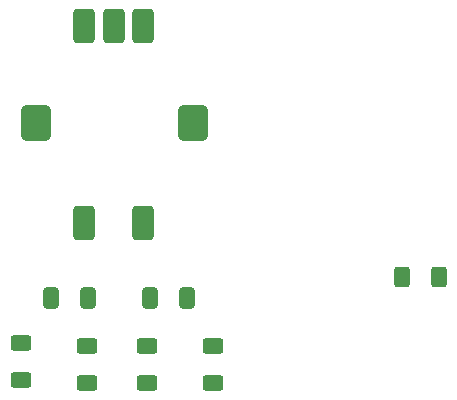
<source format=gbr>
%TF.GenerationSoftware,KiCad,Pcbnew,9.0.6*%
%TF.CreationDate,2025-12-03T21:47:33+01:00*%
%TF.ProjectId,hw,68772e6b-6963-4616-945f-706362585858,rev?*%
%TF.SameCoordinates,Original*%
%TF.FileFunction,Paste,Top*%
%TF.FilePolarity,Positive*%
%FSLAX46Y46*%
G04 Gerber Fmt 4.6, Leading zero omitted, Abs format (unit mm)*
G04 Created by KiCad (PCBNEW 9.0.6) date 2025-12-03 21:47:33*
%MOMM*%
%LPD*%
G01*
G04 APERTURE LIST*
G04 Aperture macros list*
%AMRoundRect*
0 Rectangle with rounded corners*
0 $1 Rounding radius*
0 $2 $3 $4 $5 $6 $7 $8 $9 X,Y pos of 4 corners*
0 Add a 4 corners polygon primitive as box body*
4,1,4,$2,$3,$4,$5,$6,$7,$8,$9,$2,$3,0*
0 Add four circle primitives for the rounded corners*
1,1,$1+$1,$2,$3*
1,1,$1+$1,$4,$5*
1,1,$1+$1,$6,$7*
1,1,$1+$1,$8,$9*
0 Add four rect primitives between the rounded corners*
20,1,$1+$1,$2,$3,$4,$5,0*
20,1,$1+$1,$4,$5,$6,$7,0*
20,1,$1+$1,$6,$7,$8,$9,0*
20,1,$1+$1,$8,$9,$2,$3,0*%
G04 Aperture macros list end*
%ADD10RoundRect,0.250000X-0.625000X0.400000X-0.625000X-0.400000X0.625000X-0.400000X0.625000X0.400000X0*%
%ADD11RoundRect,0.250000X0.412500X0.650000X-0.412500X0.650000X-0.412500X-0.650000X0.412500X-0.650000X0*%
%ADD12RoundRect,0.250000X0.625000X-0.400000X0.625000X0.400000X-0.625000X0.400000X-0.625000X-0.400000X0*%
%ADD13RoundRect,0.270000X-0.630000X-1.180000X0.630000X-1.180000X0.630000X1.180000X-0.630000X1.180000X0*%
%ADD14RoundRect,0.375000X-0.875000X-1.125000X0.875000X-1.125000X0.875000X1.125000X-0.875000X1.125000X0*%
%ADD15RoundRect,0.250000X-0.400000X-0.625000X0.400000X-0.625000X0.400000X0.625000X-0.400000X0.625000X0*%
G04 APERTURE END LIST*
D10*
%TO.C,R4*%
X134366000Y-86080000D03*
X134366000Y-89180000D03*
%TD*%
D11*
%TO.C,C2*%
X137706500Y-82042000D03*
X134581500Y-82042000D03*
%TD*%
D12*
%TO.C,R3*%
X123698000Y-88926000D03*
X123698000Y-85826000D03*
%TD*%
D11*
%TO.C,C1*%
X129324500Y-82042000D03*
X126199500Y-82042000D03*
%TD*%
D12*
%TO.C,R5*%
X139954000Y-89180000D03*
X139954000Y-86080000D03*
%TD*%
D13*
%TO.C,ROT1*%
X134022000Y-59010000D03*
X129022000Y-59010000D03*
X131522000Y-59010000D03*
X129022000Y-75610000D03*
X134022000Y-75610000D03*
D14*
X124922000Y-67215400D03*
X138222000Y-67215400D03*
%TD*%
D12*
%TO.C,R2*%
X129286000Y-89180000D03*
X129286000Y-86080000D03*
%TD*%
D15*
%TO.C,R1*%
X155930000Y-80264000D03*
X159030000Y-80264000D03*
%TD*%
M02*

</source>
